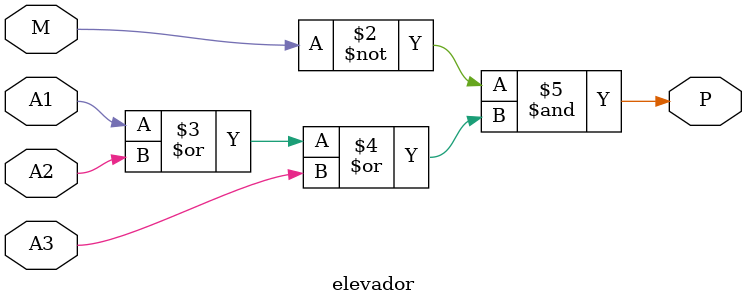
<source format=sv>
module elevador(
	input logic M,
  				A1,
  				A2,
  				A3,
	output logic P);
  always_comb P <= ~M & (A1 | A2 | A3);
endmodule
</source>
